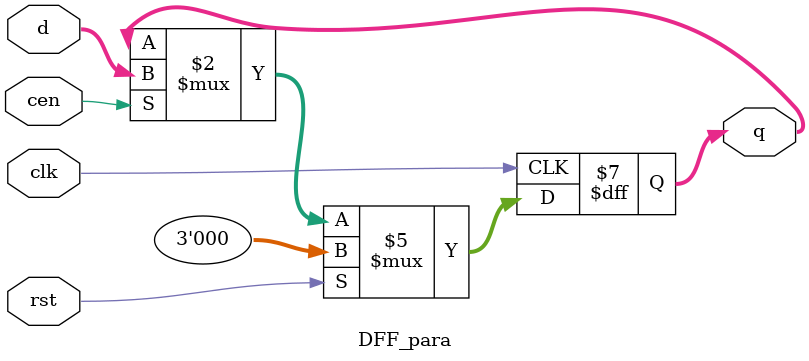
<source format=v>
module DFF_para(d, rst, clk, cen,q);
	parameter WIDTH = 3;
	parameter RST_MODE = "SYNC";

	input [WIDTH-1 : 0] d;
	input rst,clk,cen;
	output reg [WIDTH-1 : 0] q;
	//output qbar;
	generate
		if(RST_MODE == "ASYNC") begin
			always @(posedge clk or posedge rst) begin
				if (rst) begin
					q <= {WIDTH{1'b0}};
				end
				else begin
					if(cen) begin
						q <= d;	
					end
				end
			end
		end
		else if(RST_MODE == "SYNC") begin
			always @(posedge clk) begin
				
				if (rst) begin //16/8/2023 updated to make rst have the highest priority
					q <= {WIDTH{1'b0}};
				end
				else if(cen) begin
					//else begin
						q <= d;
					//end
				end
			end
		end
	endgenerate
	//assign qbar = ~q;
endmodule
</source>
